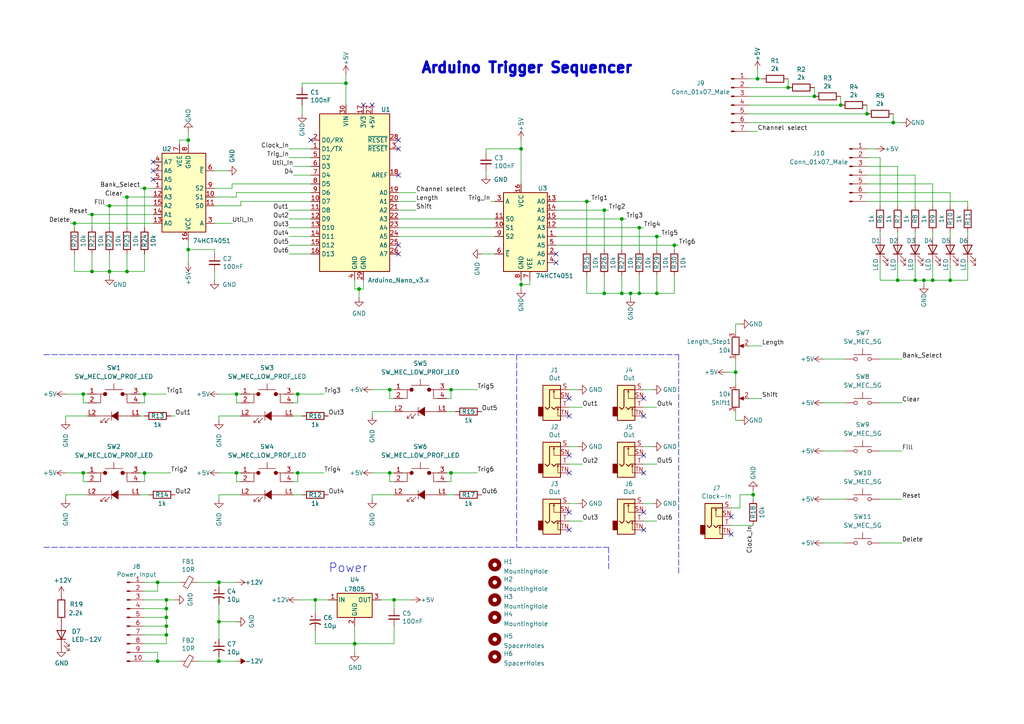
<source format=kicad_sch>
(kicad_sch (version 20211123) (generator eeschema)
  (paper "A4")
  (lib_symbols
    (symbol "74xx:74HCT4051"
      (property "Reference" "U" (at -5.08 11.43 0))
      (property "Value" "74HCT4051" (at -7.62 -13.97 0))
      (symbol "74HCT4051_1_1"
        (pin passive line (at 10.16 -2.54 180) (length 2.54) (name "A4") (number "1"))
        (pin input line (at -7.62 0 0) (length 2.54) (name "S1") (number "10"))
        (pin input line (at -7.62 2.54 0) (length 2.54) (name "S0") (number "11"))
        (pin passive line (at 10.16 0 180) (length 2.54) (name "A3") (number "12"))
        (pin passive line (at 10.16 7.62 180) (length 2.54) (name "A0") (number "13"))
        (pin passive line (at 10.16 5.08 180) (length 2.54) (name "A1") (number "14"))
        (pin passive line (at 10.16 2.54 180) (length 2.54) (name "A2") (number "15"))
        (pin power_in line (at 0 12.7 270) (length 2.54) (name "VCC") (number "16"))
        (pin passive line (at 10.16 -7.62 180) (length 2.54) (name "A6") (number "2"))
        (pin passive line (at -7.62 7.62 0) (length 2.54) (name "A") (number "3"))
        (pin passive line (at 10.16 -10.16 180) (length 2.54) (name "A7") (number "4"))
        (pin passive line (at 10.16 -5.08 180) (length 2.54) (name "A5") (number "5"))
        (pin input line (at -7.62 -7.62 0) (length 2.54) (name "~{E}") (number "6"))
        (pin power_in line (at 2.54 -15.24 90) (length 2.54) (name "VEE") (number "7"))
        (pin power_in line (at 0 -15.24 90) (length 2.54) (name "GND") (number "8"))
        (pin input line (at -7.62 -2.54 0) (length 2.54) (name "S2") (number "9"))
      )
    )
    (symbol "Connector:AudioJack2_Switch"
      (property "Reference" "J" (at 0 11.43 0))
      (property "Value" "AudioJack2_Switch" (at 0 8.89 0))
      (symbol "AudioJack2_Switch_1_1"
        (pin passive line (at 5.08 5.08 180) (length 2.54) (name "~") (number "S"))
        (pin passive line (at 5.08 2.54 180) (length 2.54) (name "~") (number "SN"))
        (pin passive line (at 5.08 0 180) (length 2.54) (name "~") (number "T"))
        (pin passive line (at 5.08 -2.54 180) (length 2.54) (name "~") (number "TN"))
      )
    )
    (symbol "Connector:Conn_01x07_Male" (pin_names (offset 1.016) hide)
      (property "Reference" "J" (at 0 10.16 0))
      (property "Value" "Conn_01x07_Male" (at 0 -10.16 0))
      (symbol "Conn_01x07_Male_1_1"
        (pin passive line (at 5.08 7.62 180) (length 3.81) (name "Pin_1") (number "1"))
        (pin passive line (at 5.08 5.08 180) (length 3.81) (name "Pin_2") (number "2"))
        (pin passive line (at 5.08 2.54 180) (length 3.81) (name "Pin_3") (number "3"))
        (pin passive line (at 5.08 0 180) (length 3.81) (name "Pin_4") (number "4"))
        (pin passive line (at 5.08 -2.54 180) (length 3.81) (name "Pin_5") (number "5"))
        (pin passive line (at 5.08 -5.08 180) (length 3.81) (name "Pin_6") (number "6"))
        (pin passive line (at 5.08 -7.62 180) (length 3.81) (name "Pin_7") (number "7"))
      )
    )
    (symbol "Connector:Conn_01x10_Male" (pin_names (offset 1.016) hide)
      (property "Reference" "J" (at 0 12.7 0))
      (property "Value" "Conn_01x10_Male" (at 0 -15.24 0))
      (symbol "Conn_01x10_Male_1_1"
        (pin passive line (at 5.08 10.16 180) (length 3.81) (name "Pin_1") (number "1"))
        (pin passive line (at 5.08 -12.7 180) (length 3.81) (name "Pin_10") (number "10"))
        (pin passive line (at 5.08 7.62 180) (length 3.81) (name "Pin_2") (number "2"))
        (pin passive line (at 5.08 5.08 180) (length 3.81) (name "Pin_3") (number "3"))
        (pin passive line (at 5.08 2.54 180) (length 3.81) (name "Pin_4") (number "4"))
        (pin passive line (at 5.08 0 180) (length 3.81) (name "Pin_5") (number "5"))
        (pin passive line (at 5.08 -2.54 180) (length 3.81) (name "Pin_6") (number "6"))
        (pin passive line (at 5.08 -5.08 180) (length 3.81) (name "Pin_7") (number "7"))
        (pin passive line (at 5.08 -7.62 180) (length 3.81) (name "Pin_8") (number "8"))
        (pin passive line (at 5.08 -10.16 180) (length 3.81) (name "Pin_9") (number "9"))
      )
    )
    (symbol "Device:CP1_Small" (pin_numbers hide) (pin_names (offset 0.254) hide)
      (property "Reference" "C" (at 0.254 1.778 0))
      (property "Value" "Device_CP1_Small" (at 0.254 -2.032 0))
      (symbol "CP1_Small_1_1"
        (pin passive line (at 0 2.54 270) (length 2.032) (name "~") (number "1"))
        (pin passive line (at 0 -2.54 90) (length 2.032) (name "~") (number "2"))
      )
    )
    (symbol "Device:C_Small" (pin_numbers hide) (pin_names (offset 0.254) hide)
      (property "Reference" "C" (at 0.254 1.778 0))
      (property "Value" "C_Small" (at 0.254 -2.032 0))
      (symbol "C_Small_1_1"
        (pin passive line (at 0 2.54 270) (length 2.032) (name "~") (number "1"))
        (pin passive line (at 0 -2.54 90) (length 2.032) (name "~") (number "2"))
      )
    )
    (symbol "Device:Ferrite_Bead_Small" (pin_numbers hide) (pin_names (offset 0))
      (property "Reference" "FB" (at 1.905 1.27 0))
      (property "Value" "Device_Ferrite_Bead_Small" (at 1.905 -1.27 0))
      (symbol "Ferrite_Bead_Small_1_1"
        (pin passive line (at 0 2.54 270) (length 1.27) (name "~") (number "1"))
        (pin passive line (at 0 -2.54 90) (length 1.27) (name "~") (number "2"))
      )
    )
    (symbol "Device:LED" (pin_numbers hide) (pin_names (offset 1.016) hide)
      (property "Reference" "D" (at 0 2.54 0))
      (property "Value" "LED" (at 0 -2.54 0))
      (symbol "LED_1_1"
        (pin passive line (at -3.81 0 0) (length 2.54) (name "K") (number "1"))
        (pin passive line (at 3.81 0 180) (length 2.54) (name "A") (number "2"))
      )
    )
    (symbol "Device:R" (pin_numbers hide) (pin_names (offset 0))
      (property "Reference" "R" (at 2.032 0 90))
      (property "Value" "R" (at 0 0 90))
      (symbol "R_1_1"
        (pin passive line (at 0 3.81 270) (length 1.27) (name "~") (number "1"))
        (pin passive line (at 0 -3.81 90) (length 1.27) (name "~") (number "2"))
      )
    )
    (symbol "Device:R_POT" (pin_names (offset 1.016) hide)
      (property "Reference" "RV" (at -4.445 0 90))
      (property "Value" "Device_R_POT" (at -2.54 0 90))
      (symbol "R_POT_1_1"
        (pin passive line (at 0 3.81 270) (length 1.27) (name "1") (number "1"))
        (pin passive line (at 3.81 0 180) (length 1.27) (name "2") (number "2"))
        (pin passive line (at 0 -3.81 90) (length 1.27) (name "3") (number "3"))
      )
    )
    (symbol "MCU_Module:Arduino_Nano_v3.x"
      (property "Reference" "A" (at -10.16 23.495 0))
      (property "Value" "Arduino_Nano_v3.x" (at 5.08 -24.13 0))
      (symbol "Arduino_Nano_v3.x_1_1"
        (pin bidirectional line (at -12.7 12.7 0) (length 2.54) (name "D1/TX") (number "1"))
        (pin bidirectional line (at -12.7 -2.54 0) (length 2.54) (name "D7") (number "10"))
        (pin bidirectional line (at -12.7 -5.08 0) (length 2.54) (name "D8") (number "11"))
        (pin bidirectional line (at -12.7 -7.62 0) (length 2.54) (name "D9") (number "12"))
        (pin bidirectional line (at -12.7 -10.16 0) (length 2.54) (name "D10") (number "13"))
        (pin bidirectional line (at -12.7 -12.7 0) (length 2.54) (name "D11") (number "14"))
        (pin bidirectional line (at -12.7 -15.24 0) (length 2.54) (name "D12") (number "15"))
        (pin bidirectional line (at -12.7 -17.78 0) (length 2.54) (name "D13") (number "16"))
        (pin power_out line (at 2.54 25.4 270) (length 2.54) (name "3V3") (number "17"))
        (pin input line (at 12.7 5.08 180) (length 2.54) (name "AREF") (number "18"))
        (pin bidirectional line (at 12.7 0 180) (length 2.54) (name "A0") (number "19"))
        (pin bidirectional line (at -12.7 15.24 0) (length 2.54) (name "D0/RX") (number "2"))
        (pin bidirectional line (at 12.7 -2.54 180) (length 2.54) (name "A1") (number "20"))
        (pin bidirectional line (at 12.7 -5.08 180) (length 2.54) (name "A2") (number "21"))
        (pin bidirectional line (at 12.7 -7.62 180) (length 2.54) (name "A3") (number "22"))
        (pin bidirectional line (at 12.7 -10.16 180) (length 2.54) (name "A4") (number "23"))
        (pin bidirectional line (at 12.7 -12.7 180) (length 2.54) (name "A5") (number "24"))
        (pin bidirectional line (at 12.7 -15.24 180) (length 2.54) (name "A6") (number "25"))
        (pin bidirectional line (at 12.7 -17.78 180) (length 2.54) (name "A7") (number "26"))
        (pin power_out line (at 5.08 25.4 270) (length 2.54) (name "+5V") (number "27"))
        (pin input line (at 12.7 15.24 180) (length 2.54) (name "~{RESET}") (number "28"))
        (pin power_in line (at 2.54 -25.4 90) (length 2.54) (name "GND") (number "29"))
        (pin input line (at 12.7 12.7 180) (length 2.54) (name "~{RESET}") (number "3"))
        (pin power_in line (at -2.54 25.4 270) (length 2.54) (name "VIN") (number "30"))
        (pin power_in line (at 0 -25.4 90) (length 2.54) (name "GND") (number "4"))
        (pin bidirectional line (at -12.7 10.16 0) (length 2.54) (name "D2") (number "5"))
        (pin bidirectional line (at -12.7 7.62 0) (length 2.54) (name "D3") (number "6"))
        (pin bidirectional line (at -12.7 5.08 0) (length 2.54) (name "D4") (number "7"))
        (pin bidirectional line (at -12.7 2.54 0) (length 2.54) (name "D5") (number "8"))
        (pin bidirectional line (at -12.7 0 0) (length 2.54) (name "D6") (number "9"))
      )
    )
    (symbol "Mechanical:MountingHole" (pin_names (offset 1.016))
      (property "Reference" "H" (at 0 5.08 0))
      (property "Value" "MountingHole" (at 0 3.175 0))
    )
    (symbol "Regulator_Linear:L7805" (pin_names (offset 0.254))
      (property "Reference" "U" (at -3.81 3.175 0))
      (property "Value" "L7805" (at 0 3.175 0))
      (symbol "L7805_1_1"
        (pin power_in line (at -7.62 0 0) (length 2.54) (name "IN") (number "1"))
        (pin power_in line (at 0 -7.62 90) (length 2.54) (name "GND") (number "2"))
        (pin power_out line (at 7.62 0 180) (length 2.54) (name "OUT") (number "3"))
      )
    )
    (symbol "Switch:SW_MEC_5G" (pin_numbers hide) (pin_names (offset 1.016) hide)
      (property "Reference" "SW" (at 1.27 2.54 0))
      (property "Value" "SW_MEC_5G" (at 0 -1.524 0))
      (symbol "SW_MEC_5G_0_1"
        (pin passive line (at -5.08 0 0) (length 2.54) (name "A") (number "1"))
        (pin passive line (at 5.08 0 180) (length 2.54) (name "B") (number "3"))
      )
      (symbol "SW_MEC_5G_1_1"
        (pin passive line (at -5.08 0 0) (length 2.54) hide (name "A") (number "2"))
        (pin passive line (at 5.08 0 180) (length 2.54) hide (name "B") (number "4"))
      )
    )
    (symbol "power:+12V" (power) (pin_names (offset 0))
      (property "Value" "+12V" (at 0 3.556 0))
      (symbol "+12V_1_1"
        (pin power_in line (at 0 0 90) (length 0) hide (name "+12V") (number "1"))
      )
    )
    (symbol "power:+5V" (power) (pin_names (offset 0))
      (property "Value" "+5V" (at 0 3.556 0))
      (symbol "+5V_1_1"
        (pin power_in line (at 0 0 90) (length 0) hide (name "+5V") (number "1"))
      )
    )
    (symbol "power:-12V" (power) (pin_names (offset 0))
      (property "Value" "-12V" (at 0 3.81 0))
      (symbol "-12V_0_0"
        (pin power_in line (at 0 0 90) (length 0) hide (name "-12V") (number "1"))
      )
    )
    (symbol "power:GND" (power) (pin_names (offset 0))
      (property "Value" "GND" (at 0 -3.81 0))
      (symbol "GND_1_1"
        (pin power_in line (at 0 0 270) (length 0) hide (name "GND") (number "1"))
      )
    )
    (symbol "synth:SW_MEC_LOW_PROF_LED" (pin_names (offset 1.016) hide)
      (property "Reference" "SW" (at 1.27 6.35 0))
      (property "Value" "SW_MEC_LOW_PROF_LED" (at 0 -8.89 0))
      (symbol "SW_MEC_LOW_PROF_LED_0_1"
        (pin passive line (at -7.62 2.54 0) (length 2.54) (name "1") (number "1"))
        (pin passive line (at -7.62 0 0) (length 2.54) (name "2") (number "2"))
        (pin passive line (at 7.62 2.54 180) (length 2.54) (name "3") (number "3"))
        (pin passive line (at 7.62 0 180) (length 2.54) (name "4") (number "4"))
        (pin passive line (at 7.62 -3.81 180) (length 2.54) (name "L1") (number "L1"))
        (pin passive line (at -7.62 -3.81 0) (length 2.54) (name "L2") (number "L2"))
      )
    )
  )
  (junction (at 104.14 83.82))
  (junction (at 195.58 71.12))
  (junction (at 48.26 181.61))
  (junction (at 68.58 137.16))
  (junction (at 228.6 25.4))
  (junction (at 63.5 168.91))
  (junction (at 180.34 63.5))
  (junction (at 130.81 137.16))
  (junction (at 63.5 180.34))
  (junction (at 218.44 143.51))
  (junction (at 213.36 107.95))
  (junction (at 68.58 114.3))
  (junction (at 175.26 85.09))
  (junction (at 190.5 85.09))
  (junction (at 219.71 22.86))
  (junction (at 91.44 173.99))
  (junction (at 63.5 191.77))
  (junction (at 24.13 114.3))
  (junction (at 113.03 137.16))
  (junction (at 48.26 176.53))
  (junction (at 260.35 81.28))
  (junction (at 270.51 81.28))
  (junction (at 265.43 81.28))
  (junction (at 31.75 78.74))
  (junction (at 36.83 78.74))
  (junction (at 26.67 78.74))
  (junction (at 151.13 43.18))
  (junction (at 45.72 168.91))
  (junction (at 41.91 54.61))
  (junction (at 236.22 27.94))
  (junction (at 31.75 59.69))
  (junction (at 86.36 137.16))
  (junction (at 48.26 179.07))
  (junction (at 185.42 85.09))
  (junction (at 113.03 113.03))
  (junction (at 48.26 184.15))
  (junction (at 267.97 81.28))
  (junction (at 114.3 173.99))
  (junction (at 175.26 60.96))
  (junction (at 26.67 62.23))
  (junction (at 45.72 191.77))
  (junction (at 102.87 186.69))
  (junction (at 259.08 35.56))
  (junction (at 170.18 58.42))
  (junction (at 36.83 57.15))
  (junction (at 41.91 114.3))
  (junction (at 41.91 137.16))
  (junction (at 24.13 137.16))
  (junction (at 251.46 33.02))
  (junction (at 100.33 24.13))
  (junction (at 185.42 66.04))
  (junction (at 54.61 72.39))
  (junction (at 243.84 30.48))
  (junction (at 48.26 173.99))
  (junction (at 54.61 40.64))
  (junction (at 182.88 85.09))
  (junction (at 190.5 68.58))
  (junction (at 130.81 113.03))
  (junction (at 275.59 81.28))
  (junction (at 86.36 114.3))
  (junction (at 180.34 85.09))
  (junction (at 21.59 64.77))
  (junction (at 151.13 82.55))
  (no_connect (at 165.1 153.67))
  (no_connect (at 186.69 137.16))
  (no_connect (at 165.1 132.08))
  (no_connect (at 212.09 149.86))
  (no_connect (at 212.09 154.94))
  (no_connect (at 115.57 50.8))
  (no_connect (at 186.69 120.65))
  (no_connect (at 115.57 71.12))
  (no_connect (at 165.1 148.59))
  (no_connect (at 115.57 43.18))
  (no_connect (at 115.57 40.64))
  (no_connect (at 105.41 30.48))
  (no_connect (at 165.1 137.16))
  (no_connect (at 186.69 148.59))
  (no_connect (at 161.29 73.66))
  (no_connect (at 161.29 76.2))
  (no_connect (at 44.45 46.99))
  (no_connect (at 44.45 49.53))
  (no_connect (at 44.45 52.07))
  (no_connect (at 90.17 40.64))
  (no_connect (at 115.57 73.66))
  (no_connect (at 186.69 115.57))
  (no_connect (at 186.69 132.08))
  (no_connect (at 186.69 153.67))
  (no_connect (at 107.95 30.48))
  (no_connect (at 165.1 115.57))
  (no_connect (at 165.1 120.65))
  (wire (pts (xy 190.5 68.58) (xy 191.77 68.58)))
  (wire (pts (xy 83.82 43.18) (xy 90.17 43.18)))
  (wire (pts (xy 130.81 137.16) (xy 138.43 137.16)))
  (wire (pts (xy 165.1 129.54) (xy 167.64 129.54)))
  (wire (pts (xy 45.72 191.77) (xy 52.07 191.77)))
  (wire (pts (xy 40.64 116.84) (xy 41.91 116.84)))
  (wire (pts (xy 170.18 85.09) (xy 175.26 85.09)))
  (wire (pts (xy 69.85 120.65) (xy 63.5 120.65)))
  (wire (pts (xy 218.44 143.51) (xy 218.44 142.24)))
  (wire (pts (xy 219.71 20.32) (xy 219.71 22.86)))
  (wire (pts (xy 251.46 45.72) (xy 255.27 45.72)))
  (wire (pts (xy 41.91 189.23) (xy 45.72 189.23)))
  (wire (pts (xy 86.36 137.16) (xy 86.36 139.7)))
  (wire (pts (xy 161.29 63.5) (xy 180.34 63.5)))
  (wire (pts (xy 63.5 180.34) (xy 68.58 180.34)))
  (wire (pts (xy 85.09 137.16) (xy 86.36 137.16)))
  (wire (pts (xy 24.13 137.16) (xy 25.4 137.16)))
  (wire (pts (xy 63.5 168.91) (xy 68.58 168.91)))
  (wire (pts (xy 69.85 139.7) (xy 68.58 139.7)))
  (wire (pts (xy 85.09 143.51) (xy 87.63 143.51)))
  (wire (pts (xy 255.27 116.84) (xy 261.62 116.84)))
  (wire (pts (xy 107.95 119.38) (xy 107.95 120.65)))
  (polyline (pts (xy 149.86 102.87) (xy 149.86 158.75)))
  (wire (pts (xy 195.58 71.12) (xy 195.58 72.39)))
  (wire (pts (xy 30.48 59.69) (xy 31.75 59.69)))
  (wire (pts (xy 41.91 191.77) (xy 45.72 191.77)))
  (wire (pts (xy 63.5 114.3) (xy 68.58 114.3)))
  (wire (pts (xy 140.97 43.18) (xy 151.13 43.18)))
  (wire (pts (xy 54.61 38.1) (xy 54.61 40.64)))
  (wire (pts (xy 260.35 48.26) (xy 260.35 59.69)))
  (wire (pts (xy 87.63 25.4) (xy 87.63 24.13)))
  (wire (pts (xy 54.61 40.64) (xy 54.61 41.91)))
  (wire (pts (xy 129.54 113.03) (xy 130.81 113.03)))
  (wire (pts (xy 69.85 58.42) (xy 69.85 59.69)))
  (wire (pts (xy 69.85 143.51) (xy 63.5 143.51)))
  (wire (pts (xy 107.95 143.51) (xy 107.95 144.78)))
  (wire (pts (xy 267.97 81.28) (xy 270.51 81.28)))
  (wire (pts (xy 129.54 119.38) (xy 132.08 119.38)))
  (wire (pts (xy 190.5 68.58) (xy 190.5 72.39)))
  (wire (pts (xy 41.91 176.53) (xy 48.26 176.53)))
  (wire (pts (xy 26.67 62.23) (xy 26.67 66.04)))
  (wire (pts (xy 265.43 67.31) (xy 265.43 68.58)))
  (wire (pts (xy 68.58 57.15) (xy 68.58 55.88)))
  (wire (pts (xy 83.82 68.58) (xy 90.17 68.58)))
  (wire (pts (xy 36.83 57.15) (xy 36.83 66.04)))
  (wire (pts (xy 86.36 114.3) (xy 86.36 116.84)))
  (wire (pts (xy 236.22 25.4) (xy 236.22 27.94)))
  (wire (pts (xy 129.54 115.57) (xy 130.81 115.57)))
  (wire (pts (xy 68.58 137.16) (xy 68.58 139.7)))
  (wire (pts (xy 41.91 114.3) (xy 48.26 114.3)))
  (wire (pts (xy 255.27 81.28) (xy 260.35 81.28)))
  (wire (pts (xy 105.41 83.82) (xy 104.14 83.82)))
  (wire (pts (xy 102.87 186.69) (xy 91.44 186.69)))
  (wire (pts (xy 151.13 43.18) (xy 151.13 53.34)))
  (wire (pts (xy 170.18 58.42) (xy 171.45 58.42)))
  (wire (pts (xy 102.87 186.69) (xy 102.87 189.23)))
  (wire (pts (xy 114.3 119.38) (xy 107.95 119.38)))
  (wire (pts (xy 217.17 115.57) (xy 220.98 115.57)))
  (wire (pts (xy 114.3 181.61) (xy 114.3 186.69)))
  (wire (pts (xy 69.85 116.84) (xy 68.58 116.84)))
  (wire (pts (xy 218.44 144.78) (xy 218.44 143.51)))
  (wire (pts (xy 41.91 54.61) (xy 44.45 54.61)))
  (wire (pts (xy 280.67 76.2) (xy 280.67 81.28)))
  (wire (pts (xy 228.6 22.86) (xy 228.6 25.4)))
  (wire (pts (xy 129.54 143.51) (xy 132.08 143.51)))
  (wire (pts (xy 186.69 129.54) (xy 189.23 129.54)))
  (wire (pts (xy 180.34 80.01) (xy 180.34 85.09)))
  (wire (pts (xy 213.36 119.38) (xy 213.36 121.92)))
  (wire (pts (xy 265.43 50.8) (xy 265.43 59.69)))
  (wire (pts (xy 25.4 120.65) (xy 19.05 120.65)))
  (wire (pts (xy 62.23 57.15) (xy 68.58 57.15)))
  (wire (pts (xy 83.82 45.72) (xy 90.17 45.72)))
  (wire (pts (xy 214.63 147.32) (xy 214.63 143.51)))
  (wire (pts (xy 41.91 181.61) (xy 48.26 181.61)))
  (wire (pts (xy 52.07 40.64) (xy 54.61 40.64)))
  (wire (pts (xy 255.27 104.14) (xy 261.62 104.14)))
  (wire (pts (xy 114.3 173.99) (xy 119.38 173.99)))
  (wire (pts (xy 85.09 116.84) (xy 86.36 116.84)))
  (wire (pts (xy 62.23 49.53) (xy 66.04 49.53)))
  (wire (pts (xy 45.72 168.91) (xy 52.07 168.91)))
  (wire (pts (xy 213.36 96.52) (xy 213.36 93.98)))
  (wire (pts (xy 175.26 85.09) (xy 180.34 85.09)))
  (wire (pts (xy 238.76 157.48) (xy 245.11 157.48)))
  (wire (pts (xy 190.5 151.13) (xy 186.69 151.13)))
  (wire (pts (xy 140.97 44.45) (xy 140.97 43.18)))
  (wire (pts (xy 161.29 60.96) (xy 175.26 60.96)))
  (wire (pts (xy 190.5 80.01) (xy 190.5 85.09)))
  (wire (pts (xy 107.95 113.03) (xy 113.03 113.03)))
  (wire (pts (xy 251.46 30.48) (xy 251.46 33.02)))
  (wire (pts (xy 83.82 66.04) (xy 90.17 66.04)))
  (wire (pts (xy 20.32 64.77) (xy 21.59 64.77)))
  (wire (pts (xy 41.91 184.15) (xy 48.26 184.15)))
  (wire (pts (xy 114.3 139.7) (xy 113.03 139.7)))
  (wire (pts (xy 25.4 62.23) (xy 26.67 62.23)))
  (wire (pts (xy 214.63 143.51) (xy 218.44 143.51)))
  (wire (pts (xy 186.69 113.03) (xy 189.23 113.03)))
  (wire (pts (xy 114.3 143.51) (xy 107.95 143.51)))
  (wire (pts (xy 85.09 120.65) (xy 87.63 120.65)))
  (wire (pts (xy 115.57 60.96) (xy 120.65 60.96)))
  (wire (pts (xy 130.81 113.03) (xy 138.43 113.03)))
  (wire (pts (xy 213.36 93.98) (xy 214.63 93.98)))
  (wire (pts (xy 35.56 57.15) (xy 36.83 57.15)))
  (wire (pts (xy 19.05 114.3) (xy 24.13 114.3)))
  (wire (pts (xy 91.44 173.99) (xy 95.25 173.99)))
  (wire (pts (xy 36.83 73.66) (xy 36.83 78.74)))
  (wire (pts (xy 68.58 114.3) (xy 68.58 116.84)))
  (wire (pts (xy 151.13 81.28) (xy 151.13 82.55)))
  (wire (pts (xy 161.29 71.12) (xy 195.58 71.12)))
  (wire (pts (xy 41.91 73.66) (xy 41.91 78.74)))
  (wire (pts (xy 41.91 78.74) (xy 36.83 78.74)))
  (wire (pts (xy 86.36 173.99) (xy 91.44 173.99)))
  (wire (pts (xy 102.87 181.61) (xy 102.87 186.69)))
  (wire (pts (xy 217.17 33.02) (xy 251.46 33.02)))
  (wire (pts (xy 182.88 85.09) (xy 182.88 86.36)))
  (wire (pts (xy 217.17 22.86) (xy 219.71 22.86)))
  (wire (pts (xy 100.33 24.13) (xy 100.33 30.48)))
  (wire (pts (xy 36.83 78.74) (xy 31.75 78.74)))
  (wire (pts (xy 114.3 186.69) (xy 102.87 186.69)))
  (wire (pts (xy 180.34 63.5) (xy 180.34 72.39)))
  (wire (pts (xy 67.31 54.61) (xy 62.23 54.61)))
  (wire (pts (xy 67.31 64.77) (xy 62.23 64.77)))
  (wire (pts (xy 62.23 73.66) (xy 62.23 72.39)))
  (wire (pts (xy 259.08 35.56) (xy 259.08 33.02)))
  (wire (pts (xy 195.58 80.01) (xy 195.58 85.09)))
  (wire (pts (xy 113.03 113.03) (xy 114.3 113.03)))
  (wire (pts (xy 151.13 82.55) (xy 153.67 82.55)))
  (wire (pts (xy 217.17 35.56) (xy 259.08 35.56)))
  (wire (pts (xy 168.91 134.62) (xy 165.1 134.62)))
  (wire (pts (xy 104.14 86.36) (xy 104.14 83.82)))
  (polyline (pts (xy 149.86 102.87) (xy 196.85 102.87)))
  (wire (pts (xy 67.31 53.34) (xy 90.17 53.34)))
  (wire (pts (xy 68.58 114.3) (xy 69.85 114.3)))
  (wire (pts (xy 21.59 73.66) (xy 21.59 78.74)))
  (wire (pts (xy 260.35 67.31) (xy 260.35 68.58)))
  (wire (pts (xy 115.57 58.42) (xy 120.65 58.42)))
  (wire (pts (xy 212.09 147.32) (xy 214.63 147.32)))
  (wire (pts (xy 113.03 137.16) (xy 113.03 139.7)))
  (wire (pts (xy 62.23 78.74) (xy 62.23 81.28)))
  (wire (pts (xy 259.08 35.56) (xy 261.62 35.56)))
  (wire (pts (xy 57.15 168.91) (xy 63.5 168.91)))
  (wire (pts (xy 255.27 144.78) (xy 261.62 144.78)))
  (wire (pts (xy 31.75 59.69) (xy 31.75 66.04)))
  (wire (pts (xy 165.1 113.03) (xy 167.64 113.03)))
  (wire (pts (xy 182.88 85.09) (xy 185.42 85.09)))
  (wire (pts (xy 67.31 53.34) (xy 67.31 54.61)))
  (wire (pts (xy 63.5 175.26) (xy 63.5 180.34)))
  (wire (pts (xy 100.33 21.59) (xy 100.33 24.13)))
  (wire (pts (xy 21.59 64.77) (xy 44.45 64.77)))
  (wire (pts (xy 31.75 73.66) (xy 31.75 78.74)))
  (wire (pts (xy 213.36 121.92) (xy 214.63 121.92)))
  (wire (pts (xy 161.29 58.42) (xy 170.18 58.42)))
  (wire (pts (xy 63.5 170.18) (xy 63.5 168.91)))
  (wire (pts (xy 243.84 27.94) (xy 243.84 30.48)))
  (wire (pts (xy 175.26 80.01) (xy 175.26 85.09)))
  (wire (pts (xy 21.59 64.77) (xy 21.59 66.04)))
  (wire (pts (xy 275.59 76.2) (xy 275.59 81.28)))
  (wire (pts (xy 19.05 143.51) (xy 19.05 144.78)))
  (wire (pts (xy 83.82 63.5) (xy 90.17 63.5)))
  (wire (pts (xy 115.57 68.58) (xy 143.51 68.58)))
  (wire (pts (xy 251.46 53.34) (xy 270.51 53.34)))
  (wire (pts (xy 255.27 130.81) (xy 261.62 130.81)))
  (wire (pts (xy 63.5 191.77) (xy 68.58 191.77)))
  (wire (pts (xy 212.09 152.4) (xy 218.44 152.4)))
  (wire (pts (xy 26.67 78.74) (xy 31.75 78.74)))
  (wire (pts (xy 255.27 157.48) (xy 261.62 157.48)))
  (wire (pts (xy 270.51 53.34) (xy 270.51 59.69)))
  (wire (pts (xy 68.58 55.88) (xy 90.17 55.88)))
  (wire (pts (xy 270.51 76.2) (xy 270.51 81.28)))
  (wire (pts (xy 130.81 113.03) (xy 130.81 115.57)))
  (wire (pts (xy 190.5 85.09) (xy 185.42 85.09)))
  (wire (pts (xy 238.76 144.78) (xy 245.11 144.78)))
  (wire (pts (xy 217.17 100.33) (xy 220.98 100.33)))
  (wire (pts (xy 238.76 116.84) (xy 245.11 116.84)))
  (wire (pts (xy 40.64 120.65) (xy 41.91 120.65)))
  (wire (pts (xy 280.67 58.42) (xy 280.67 59.69)))
  (polyline (pts (xy 176.53 158.75) (xy 176.53 165.1)))
  (wire (pts (xy 280.67 67.31) (xy 280.67 68.58)))
  (polyline (pts (xy 12.7 102.87) (xy 149.86 102.87)))
  (wire (pts (xy 129.54 139.7) (xy 130.81 139.7)))
  (wire (pts (xy 48.26 176.53) (xy 48.26 179.07)))
  (wire (pts (xy 115.57 63.5) (xy 143.51 63.5)))
  (wire (pts (xy 275.59 67.31) (xy 275.59 68.58)))
  (wire (pts (xy 280.67 81.28) (xy 275.59 81.28)))
  (wire (pts (xy 83.82 71.12) (xy 90.17 71.12)))
  (wire (pts (xy 26.67 62.23) (xy 44.45 62.23)))
  (wire (pts (xy 48.26 184.15) (xy 48.26 181.61)))
  (wire (pts (xy 251.46 58.42) (xy 280.67 58.42)))
  (wire (pts (xy 31.75 59.69) (xy 44.45 59.69)))
  (wire (pts (xy 48.26 173.99) (xy 48.26 176.53)))
  (wire (pts (xy 180.34 85.09) (xy 182.88 85.09)))
  (wire (pts (xy 251.46 48.26) (xy 260.35 48.26)))
  (wire (pts (xy 255.27 45.72) (xy 255.27 59.69)))
  (wire (pts (xy 217.17 30.48) (xy 243.84 30.48)))
  (wire (pts (xy 40.64 143.51) (xy 43.18 143.51)))
  (polyline (pts (xy 12.7 158.75) (xy 176.53 158.75)))
  (wire (pts (xy 129.54 137.16) (xy 130.81 137.16)))
  (wire (pts (xy 91.44 186.69) (xy 91.44 182.88)))
  (wire (pts (xy 195.58 85.09) (xy 190.5 85.09)))
  (wire (pts (xy 48.26 179.07) (xy 41.91 179.07)))
  (wire (pts (xy 41.91 137.16) (xy 49.53 137.16)))
  (wire (pts (xy 275.59 59.69) (xy 275.59 55.88)))
  (wire (pts (xy 238.76 104.14) (xy 245.11 104.14)))
  (wire (pts (xy 190.5 118.11) (xy 186.69 118.11)))
  (wire (pts (xy 219.71 22.86) (xy 220.98 22.86)))
  (wire (pts (xy 260.35 81.28) (xy 265.43 81.28)))
  (wire (pts (xy 115.57 66.04) (xy 143.51 66.04)))
  (wire (pts (xy 275.59 81.28) (xy 270.51 81.28)))
  (wire (pts (xy 255.27 76.2) (xy 255.27 81.28)))
  (wire (pts (xy 219.71 38.1) (xy 217.17 38.1)))
  (wire (pts (xy 238.76 130.81) (xy 245.11 130.81)))
  (wire (pts (xy 21.59 78.74) (xy 26.67 78.74)))
  (wire (pts (xy 151.13 82.55) (xy 151.13 83.82)))
  (wire (pts (xy 54.61 69.85) (xy 54.61 72.39)))
  (wire (pts (xy 107.95 137.16) (xy 113.03 137.16)))
  (wire (pts (xy 24.13 114.3) (xy 25.4 114.3)))
  (wire (pts (xy 165.1 146.05) (xy 167.64 146.05)))
  (wire (pts (xy 143.51 73.66) (xy 139.7 73.66)))
  (wire (pts (xy 50.8 120.65) (xy 49.53 120.65)))
  (wire (pts (xy 87.63 24.13) (xy 100.33 24.13)))
  (wire (pts (xy 87.63 30.48) (xy 87.63 33.02)))
  (wire (pts (xy 41.91 137.16) (xy 41.91 139.7)))
  (wire (pts (xy 210.82 107.95) (xy 213.36 107.95)))
  (wire (pts (xy 161.29 66.04) (xy 185.42 66.04)))
  (wire (pts (xy 185.42 66.04) (xy 186.69 66.04)))
  (wire (pts (xy 36.83 57.15) (xy 44.45 57.15)))
  (wire (pts (xy 102.87 81.28) (xy 102.87 83.82)))
  (wire (pts (xy 195.58 71.12) (xy 196.85 71.12)))
  (wire (pts (xy 86.36 137.16) (xy 93.98 137.16)))
  (wire (pts (xy 105.41 81.28) (xy 105.41 83.82)))
  (wire (pts (xy 185.42 80.01) (xy 185.42 85.09)))
  (wire (pts (xy 48.26 186.69) (xy 48.26 184.15)))
  (wire (pts (xy 41.91 171.45) (xy 45.72 171.45)))
  (wire (pts (xy 217.17 25.4) (xy 228.6 25.4)))
  (wire (pts (xy 180.34 63.5) (xy 181.61 63.5)))
  (wire (pts (xy 25.4 116.84) (xy 24.13 116.84)))
  (wire (pts (xy 170.18 58.42) (xy 170.18 72.39)))
  (wire (pts (xy 113.03 113.03) (xy 113.03 115.57)))
  (wire (pts (xy 68.58 137.16) (xy 69.85 137.16)))
  (wire (pts (xy 217.17 27.94) (xy 236.22 27.94)))
  (wire (pts (xy 83.82 73.66) (xy 90.17 73.66)))
  (wire (pts (xy 40.64 139.7) (xy 41.91 139.7)))
  (polyline (pts (xy 196.85 102.87) (xy 196.85 166.37)))
  (wire (pts (xy 41.91 186.69) (xy 48.26 186.69)))
  (wire (pts (xy 175.26 60.96) (xy 176.53 60.96)))
  (wire (pts (xy 63.5 143.51) (xy 63.5 144.78)))
  (wire (pts (xy 85.09 114.3) (xy 86.36 114.3)))
  (wire (pts (xy 113.03 137.16) (xy 114.3 137.16)))
  (wire (pts (xy 142.24 58.42) (xy 143.51 58.42)))
  (wire (pts (xy 255.27 67.31) (xy 255.27 68.58)))
  (wire (pts (xy 19.05 137.16) (xy 24.13 137.16)))
  (wire (pts (xy 57.15 191.77) (xy 63.5 191.77)))
  (wire (pts (xy 260.35 76.2) (xy 260.35 81.28)))
  (wire (pts (xy 213.36 107.95) (xy 213.36 104.14)))
  (wire (pts (xy 50.8 173.99) (xy 48.26 173.99)))
  (wire (pts (xy 86.36 114.3) (xy 93.98 114.3)))
  (wire (pts (xy 40.64 54.61) (xy 41.91 54.61)))
  (wire (pts (xy 153.67 81.28) (xy 153.67 82.55)))
  (wire (pts (xy 19.05 120.65) (xy 19.05 121.92)))
  (wire (pts (xy 170.18 80.01) (xy 170.18 85.09)))
  (wire (pts (xy 186.69 146.05) (xy 189.23 146.05)))
  (wire (pts (xy 45.72 171.45) (xy 45.72 168.91)))
  (wire (pts (xy 190.5 134.62) (xy 186.69 134.62)))
  (wire (pts (xy 31.75 78.74) (xy 31.75 80.01)))
  (wire (pts (xy 41.91 168.91) (xy 45.72 168.91)))
  (wire (pts (xy 115.57 55.88) (xy 120.65 55.88)))
  (wire (pts (xy 104.14 83.82) (xy 102.87 83.82)))
  (wire (pts (xy 91.44 173.99) (xy 91.44 177.8)))
  (wire (pts (xy 110.49 173.99) (xy 114.3 173.99)))
  (wire (pts (xy 63.5 180.34) (xy 63.5 185.42)))
  (wire (pts (xy 69.85 58.42) (xy 90.17 58.42)))
  (wire (pts (xy 40.64 114.3) (xy 41.91 114.3)))
  (wire (pts (xy 251.46 50.8) (xy 265.43 50.8)))
  (wire (pts (xy 175.26 60.96) (xy 175.26 72.39)))
  (wire (pts (xy 251.46 55.88) (xy 275.59 55.88)))
  (wire (pts (xy 151.13 40.64) (xy 151.13 43.18)))
  (wire (pts (xy 265.43 76.2) (xy 265.43 81.28)))
  (wire (pts (xy 40.64 137.16) (xy 41.91 137.16)))
  (wire (pts (xy 25.4 139.7) (xy 24.13 139.7)))
  (wire (pts (xy 114.3 173.99) (xy 114.3 176.53)))
  (wire (pts (xy 185.42 66.04) (xy 185.42 72.39)))
  (wire (pts (xy 41.91 114.3) (xy 41.91 116.84)))
  (wire (pts (xy 52.07 41.91) (xy 52.07 40.64)))
  (wire (pts (xy 85.09 48.26) (xy 90.17 48.26)))
  (wire (pts (xy 41.91 173.99) (xy 48.26 173.99)))
  (wire (pts (xy 168.91 118.11) (xy 165.1 118.11)))
  (wire (pts (xy 83.82 60.96) (xy 90.17 60.96)))
  (wire (pts (xy 265.43 81.28) (xy 267.97 81.28)))
  (wire (pts (xy 41.91 54.61) (xy 41.91 66.04)))
  (wire (pts (xy 25.4 143.51) (xy 19.05 143.51)))
  (wire (pts (xy 85.09 50.8) (xy 90.17 50.8)))
  (wire (pts (xy 114.3 115.57) (xy 113.03 115.57)))
  (wire (pts (xy 54.61 72.39) (xy 54.61 76.2)))
  (wire (pts (xy 69.85 59.69) (xy 62.23 59.69)))
  (wire (pts (xy 48.26 181.61) (xy 48.26 179.07)))
  (wire (pts (xy 45.72 189.23) (xy 45.72 191.77)))
  (wire (pts (xy 267.97 81.28) (xy 267.97 82.55)))
  (wire (pts (xy 26.67 73.66) (xy 26.67 78.74)))
  (wire (pts (xy 168.91 151.13) (xy 165.1 151.13)))
  (wire (pts (xy 213.36 111.76) (xy 213.36 107.95)))
  (wire (pts (xy 63.5 120.65) (xy 63.5 121.92)))
  (wire (pts (xy 63.5 190.5) (xy 63.5 191.77)))
  (wire (pts (xy 63.5 137.16) (xy 68.58 137.16)))
  (wire (pts (xy 24.13 114.3) (xy 24.13 116.84)))
  (wire (pts (xy 270.51 67.31) (xy 270.51 68.58)))
  (wire (pts (xy 254 43.18) (xy 251.46 43.18)))
  (wire (pts (xy 85.09 139.7) (xy 86.36 139.7)))
  (wire (pts (xy 161.29 68.58) (xy 190.5 68.58)))
  (wire (pts (xy 140.97 49.53) (xy 140.97 50.8)))
  (wire (pts (xy 130.81 137.16) (xy 130.81 139.7)))
  (wire (pts (xy 24.13 137.16) (xy 24.13 139.7)))
  (wire (pts (xy 54.61 72.39) (xy 62.23 72.39)))
  (text "Power" (at 95.25 166.37 0) (effects (font (size 2.54 2.54)) (justify left bottom)))
  (text "Arduino Trigger Sequencer" (at 121.92 21.59 0) (effects (font (size 3.048 3.048) (thickness 2.032) bold) (justify left bottom)))
  (label "Trig5" (at 191.77 68.58 0))
  (label "Trig6" (at 196.85 71.12 0))
  (label "Trig4" (at 186.69 66.04 0))
  (label "Fill" (at 30.48 59.69 180))
  (label "Util_In" (at 67.31 64.77 0))
  (label "Trig4" (at 93.98 137.16 0))
  (label "Shift" (at 120.65 60.96 0))
  (label "Out1" (at 50.8 120.65 0))
  (label "Trig3" (at 93.98 114.3 0))
  (label "Util_In" (at 85.09 48.26 180))
  (label "Trig5" (at 138.43 113.03 0))
  (label "Trig_In" (at 83.82 45.72 180))
  (label "Trig3" (at 181.61 63.5 0))
  (label "Clock_In" (at 83.82 43.18 180))
  (label "Out1" (at 83.82 60.96 180))
  (label "Trig1" (at 48.26 114.3 0))
  (label "Trig2" (at 49.53 137.16 0))
  (label "Fill" (at 261.62 130.81 0))
  (label "Length" (at 220.98 100.33 0))
  (label "Out3" (at 83.82 66.04 180))
  (label "Channel select" (at 120.65 55.88 0))
  (label "Delete" (at 20.32 64.77 180))
  (label "Trig6" (at 138.43 137.16 0))
  (label "Out4" (at 95.25 143.51 0))
  (label "Length" (at 120.65 58.42 0))
  (label "Out2" (at 83.82 63.5 180))
  (label "Trig_In" (at 142.24 58.42 180))
  (label "Out5" (at 139.7 119.38 0))
  (label "Out4" (at 190.5 118.11 0))
  (label "Out2" (at 168.91 134.62 0))
  (label "Bank_Select" (at 261.62 104.14 0))
  (label "Delete" (at 261.62 157.48 0))
  (label "Out1" (at 168.91 118.11 0))
  (label "Out3" (at 95.25 120.65 0))
  (label "Shift" (at 220.98 115.57 0))
  (label "D4" (at 85.09 50.8 180))
  (label "Out3" (at 168.91 151.13 0))
  (label "Out6" (at 190.5 151.13 0))
  (label "Out4" (at 83.82 68.58 180))
  (label "Trig2" (at 176.53 60.96 0))
  (label "Out5" (at 190.5 134.62 0))
  (label "Reset" (at 261.62 144.78 0))
  (label "Clear" (at 261.62 116.84 0))
  (label "Bank_Select" (at 40.64 54.61 180))
  (label "Trig1" (at 171.45 58.42 0))
  (label "Reset" (at 25.4 62.23 180))
  (label "Out5" (at 83.82 71.12 180))
  (label "Out6" (at 139.7 143.51 0))
  (label "Channel select" (at 219.71 38.1 0))
  (label "Clock_In" (at 218.44 152.4 270))
  (label "Out6" (at 83.82 73.66 180))
  (label "Clear" (at 35.56 57.15 180))
  (label "Out2" (at 50.8 143.51 0))
  (symbol (lib_id "Device:LED") (at 17.78 184.15 90) (unit 1)
    (property "Reference" "D7" (at 20.7772 183.1594 90) (effects (justify right)))
    (property "Value" "LED-12V" (at 20.7772 185.4708 90) (effects (justify right)))
    (property "Footprint" "LED_THT:LED_D4.0mm" (effects hide))
  )
  (symbol (lib_id "power:+5V") (at 19.05 114.3 90) (unit 1)
    (property "Reference" "#PWR020" (effects hide))
    (property "Value" "+5V" (at 16.51 114.3 90) (effects (justify left)))
  )
  (symbol (lib_id "power:GND") (at 167.64 146.05 90) (unit 1)
    (property "Reference" "#PWR036" (effects hide))
    (property "Value" "GND" (at 172.72 146.05 90))
  )
  (symbol (lib_id "power:+5V") (at 254 43.18 270) (unit 1)
    (property "Reference" "#PWR08" (effects hide))
    (property "Value" "+5V" (at 256.54 43.18 90) (effects (justify left)))
  )
  (symbol (lib_id "Device:R") (at 240.03 27.94 90) (unit 1)
    (property "Reference" "R3" (at 240.03 22.6822 90))
    (property "Value" "2k" (at 240.03 24.9936 90))
    (property "Footprint" "Resistor_THT:R_Axial_DIN0207_L6.3mm_D2.5mm_P10.16mm_Horizontal" (effects hide))
  )
  (symbol (lib_id "Regulator_Linear:L7805") (at 102.87 173.99 0) (unit 1)
    (property "Reference" "U4" (at 102.87 168.1185 0))
    (property "Value" "L7805" (at 102.87 170.8936 0))
    (property "Footprint" "Package_TO_SOT_THT:TO-220-3_Horizontal_TabDown" (effects hide))
    (property "Datasheet" "http://www.st.com/content/ccc/resource/technical/document/datasheet/41/4f/b3/b0/12/d4/47/88/CD00000444.pdf/files/CD00000444.pdf/jcr:content/translations/en.CD00000444.pdf" (effects hide))
  )
  (symbol (lib_id "power:GND") (at 189.23 129.54 90) (unit 1)
    (property "Reference" "#PWR031" (effects hide))
    (property "Value" "GND" (at 194.31 129.54 90))
  )
  (symbol (lib_id "Device:R") (at 275.59 63.5 180) (unit 1)
    (property "Reference" "R10" (at 275.59 63.5 90))
    (property "Value" "1k" (at 273.05 63.5 90))
    (property "Footprint" "Resistor_THT:R_Axial_DIN0207_L6.3mm_D2.5mm_P10.16mm_Horizontal" (effects hide))
  )
  (symbol (lib_id "power:+5V") (at 107.95 137.16 90) (unit 1)
    (property "Reference" "#PWR0107" (effects hide))
    (property "Value" "+5V" (at 105.41 137.16 90) (effects (justify left)))
  )
  (symbol (lib_id "Mechanical:MountingHole") (at 143.51 163.83 0) (unit 1)
    (property "Reference" "H1" (at 146.05 162.9215 0) (effects (justify left)))
    (property "Value" "MountingHole" (at 146.05 165.6966 0) (effects (justify left)))
    (property "Footprint" "Synth:Doepfer Mounting hole" (effects hide))
  )
  (symbol (lib_id "Device:Ferrite_Bead_Small") (at 54.61 168.91 270) (unit 1)
    (property "Reference" "FB1" (at 54.61 162.8902 90))
    (property "Value" "10R" (at 54.61 165.2016 90))
    (property "Footprint" "Inductor_THT:L_Axial_L9.5mm_D4.0mm_P12.70mm_Horizontal_Fastron_SMCC" (effects hide))
  )
  (symbol (lib_id "Device:R") (at 247.65 30.48 90) (unit 1)
    (property "Reference" "R4" (at 247.65 25.2222 90))
    (property "Value" "2k" (at 247.65 27.5336 90))
    (property "Footprint" "Resistor_THT:R_Axial_DIN0207_L6.3mm_D2.5mm_P10.16mm_Horizontal" (effects hide))
  )
  (symbol (lib_id "Switch:SW_MEC_5G") (at 250.19 116.84 0) (unit 1)
    (property "Reference" "SW8" (at 250.19 109.22 0))
    (property "Value" "SW_MEC_5G" (at 250.19 111.76 0))
    (property "Footprint" "Button_Switch_THT:SW_PUSH_6mm_H13mm" (effects hide))
    (property "Datasheet" "http://www.apem.com/int/index.php?controller=attachment&id_attachment=488" (effects hide))
  )
  (symbol (lib_id "Device:R") (at 41.91 69.85 180) (unit 1)
    (property "Reference" "R24" (at 41.91 69.85 90))
    (property "Value" "10k" (at 44.45 69.85 90))
    (property "Footprint" "Resistor_THT:R_Axial_DIN0207_L6.3mm_D2.5mm_P10.16mm_Horizontal" (effects hide))
  )
  (symbol (lib_id "Connector:AudioJack2_Switch") (at 181.61 118.11 0) (unit 1)
    (property "Reference" "J4" (at 182.4228 107.315 0))
    (property "Value" "Out" (at 182.4228 109.6264 0))
    (property "Footprint" "Connector_Audio:Jack_3.5mm_QingPu_WQP-PJ398SM_Vertical_CircularHoles" (effects hide))
  )
  (symbol (lib_id "Device:R") (at 46.99 143.51 90) (unit 1)
    (property "Reference" "R14" (at 46.99 143.51 90))
    (property "Value" "1k" (at 46.99 146.05 90))
    (property "Footprint" "Resistor_THT:R_Axial_DIN0207_L6.3mm_D2.5mm_P10.16mm_Horizontal" (effects hide))
  )
  (symbol (lib_id "Device:R") (at 260.35 63.5 180) (unit 1)
    (property "Reference" "R7" (at 260.35 63.5 90))
    (property "Value" "1k" (at 257.81 63.5 90))
    (property "Footprint" "Resistor_THT:R_Axial_DIN0207_L6.3mm_D2.5mm_P10.16mm_Horizontal" (effects hide))
  )
  (symbol (lib_id "Switch:SW_MEC_5G") (at 250.19 144.78 0) (unit 1)
    (property "Reference" "SW10" (at 250.19 137.16 0))
    (property "Value" "SW_MEC_5G" (at 250.19 139.7 0))
    (property "Footprint" "Button_Switch_THT:SW_PUSH_6mm_H13mm" (effects hide))
    (property "Datasheet" "http://www.apem.com/int/index.php?controller=attachment&id_attachment=488" (effects hide))
  )
  (symbol (lib_id "power:+5V") (at 238.76 144.78 90) (unit 1)
    (property "Reference" "#PWR038" (effects hide))
    (property "Value" "+5V" (at 236.22 144.78 90) (effects (justify left)))
  )
  (symbol (lib_id "Device:LED") (at 255.27 72.39 90) (unit 1)
    (property "Reference" "D1" (at 252.73 69.85 90) (effects (justify right)))
    (property "Value" "LED" (at 254 74.93 0) (effects (justify right)))
    (property "Footprint" "LED_THT:LED_D4.0mm" (effects hide))
  )
  (symbol (lib_id "Device:CP1_Small") (at 63.5 172.72 0) (unit 1)
    (property "Reference" "C4" (at 65.8114 171.5516 0) (effects (justify left)))
    (property "Value" "10µ" (at 65.8114 173.863 0) (effects (justify left)))
    (property "Footprint" "Capacitor_THT:CP_Radial_D5.0mm_P2.00mm" (effects hide))
  )
  (symbol (lib_id "Device:Ferrite_Bead_Small") (at 54.61 191.77 270) (unit 1)
    (property "Reference" "FB2" (at 54.61 185.7502 90))
    (property "Value" "10R" (at 54.61 188.0616 90))
    (property "Footprint" "Inductor_THT:L_Axial_L9.5mm_D4.0mm_P12.70mm_Horizontal_Fastron_SMCC" (effects hide))
  )
  (symbol (lib_id "power:GND") (at 214.63 93.98 90) (unit 1)
    (property "Reference" "#PWR023" (effects hide))
    (property "Value" "GND" (at 217.17 93.98 90) (effects (justify right)))
  )
  (symbol (lib_id "74xx:74HCT4051") (at 54.61 57.15 180) (unit 1)
    (property "Reference" "U2" (at 46.99 43.18 0) (effects (justify right)))
    (property "Value" "74HCT4051" (at 55.88 69.85 0) (effects (justify right)))
    (property "Footprint" "Package_DIP:DIP-16_W7.62mm_LongPads" (effects hide))
    (property "Datasheet" "http://www.ti.com/lit/ds/symlink/cd74hct4051.pdf" (effects hide))
  )
  (symbol (lib_id "synth:SW_MEC_LOW_PROF_LED") (at 121.92 139.7 0) (unit 1)
    (property "Reference" "SW6" (at 121.92 129.54 0))
    (property "Value" "SW_MEC_LOW_PROF_LED" (at 121.92 132.08 0))
    (property "Footprint" "Synth:PB01-109TL" (effects hide))
    (property "Datasheet" "https://www.thonk.co.uk/wp-content/uploads/2021/12/LowProfileButton.pdf" (effects hide))
  )
  (symbol (lib_id "power:GND") (at 167.64 129.54 90) (unit 1)
    (property "Reference" "#PWR030" (effects hide))
    (property "Value" "GND" (at 172.72 129.54 90))
  )
  (symbol (lib_id "power:GND") (at 104.14 86.36 0) (unit 1)
    (property "Reference" "#PWR016" (effects hide))
    (property "Value" "GND" (at 104.14 90.9225 0))
  )
  (symbol (lib_id "Device:C_Small") (at 62.23 76.2 0) (unit 1)
    (property "Reference" "C2" (at 64.5668 75.0316 0) (effects (justify left)))
    (property "Value" "100nF" (at 64.5668 77.343 0) (effects (justify left)))
    (property "Footprint" "Capacitor_THT:C_Disc_D7.0mm_W2.5mm_P5.00mm" (effects hide))
  )
  (symbol (lib_id "Device:LED") (at 275.59 72.39 90) (unit 1)
    (property "Reference" "D5" (at 273.05 69.85 90) (effects (justify right)))
    (property "Value" "LED" (at 274.32 74.93 0) (effects (justify right)))
    (property "Footprint" "LED_THT:LED_D4.0mm" (effects hide))
  )
  (symbol (lib_id "power:GND") (at 139.7 73.66 270) (unit 1)
    (property "Reference" "#PWR012" (effects hide))
    (property "Value" "GND" (at 138.43 80.01 0) (effects (justify right)))
  )
  (symbol (lib_id "power:+5V") (at 19.05 137.16 90) (unit 1)
    (property "Reference" "#PWR0104" (effects hide))
    (property "Value" "+5V" (at 16.51 137.16 90) (effects (justify left)))
  )
  (symbol (lib_id "power:+5V") (at 63.5 137.16 90) (unit 1)
    (property "Reference" "#PWR0101" (effects hide))
    (property "Value" "+5V" (at 60.96 137.16 90) (effects (justify left)))
  )
  (symbol (lib_id "Device:LED") (at 260.35 72.39 90) (unit 1)
    (property "Reference" "D2" (at 257.81 69.85 90) (effects (justify right)))
    (property "Value" "LED" (at 259.08 74.93 0) (effects (justify right)))
    (property "Footprint" "LED_THT:LED_D4.0mm" (effects hide))
  )
  (symbol (lib_id "MCU_Module:Arduino_Nano_v3.x") (at 102.87 55.88 0) (unit 1)
    (property "Reference" "U1" (at 110.49 31.75 0) (effects (justify left)))
    (property "Value" "Arduino_Nano_v3.x" (at 106.68 81.28 0) (effects (justify left)))
    (property "Footprint" "Module:Arduino_Nano" (effects hide))
    (property "Datasheet" "http://www.mouser.com/pdfdocs/Gravitech_Arduino_Nano3_0.pdf" (effects hide))
  )
  (symbol (lib_id "Device:R") (at 190.5 76.2 180) (unit 1)
    (property "Reference" "R29" (at 190.5 76.2 90))
    (property "Value" "10k" (at 193.04 76.2 90))
    (property "Footprint" "Resistor_THT:R_Axial_DIN0207_L6.3mm_D2.5mm_P10.16mm_Horizontal" (effects hide))
  )
  (symbol (lib_id "Device:R") (at 224.79 22.86 90) (unit 1)
    (property "Reference" "R1" (at 224.79 17.6022 90))
    (property "Value" "2k" (at 224.79 19.9136 90))
    (property "Footprint" "Resistor_THT:R_Axial_DIN0207_L6.3mm_D2.5mm_P10.16mm_Horizontal" (effects hide))
  )
  (symbol (lib_id "power:+5V") (at 107.95 113.03 90) (unit 1)
    (property "Reference" "#PWR0110" (effects hide))
    (property "Value" "+5V" (at 105.41 113.03 90) (effects (justify left)))
  )
  (symbol (lib_id "power:-12V") (at 68.58 191.77 270) (unit 1)
    (property "Reference" "#PWR053" (effects hide))
    (property "Value" "-12V" (at 73.66 191.77 90))
  )
  (symbol (lib_id "power:GND") (at 50.8 173.99 90) (unit 1)
    (property "Reference" "#PWR047" (effects hide))
    (property "Value" "GND" (at 55.1942 173.863 0))
  )
  (symbol (lib_id "Device:R") (at 45.72 120.65 90) (unit 1)
    (property "Reference" "R13" (at 45.72 120.65 90))
    (property "Value" "1k" (at 45.72 123.19 90))
    (property "Footprint" "Resistor_THT:R_Axial_DIN0207_L6.3mm_D2.5mm_P10.16mm_Horizontal" (effects hide))
  )
  (symbol (lib_id "Connector:AudioJack2_Switch") (at 160.02 151.13 0) (unit 1)
    (property "Reference" "J3" (at 160.8328 140.335 0))
    (property "Value" "Out" (at 160.8328 142.6464 0))
    (property "Footprint" "Connector_Audio:Jack_3.5mm_QingPu_WQP-PJ398SM_Vertical_CircularHoles" (effects hide))
  )
  (symbol (lib_id "Mechanical:MountingHole") (at 143.51 173.99 0) (unit 1)
    (property "Reference" "H3" (at 146.05 173.0815 0) (effects (justify left)))
    (property "Value" "MountingHole" (at 146.05 175.8566 0) (effects (justify left)))
    (property "Footprint" "Synth:Doepfer Mounting hole" (effects hide))
  )
  (symbol (lib_id "Connector:Conn_01x07_Male") (at 212.09 30.48 0) (unit 1)
    (property "Reference" "J9" (at 203.2 24.13 0))
    (property "Value" "Conn_01x07_Male" (at 203.2 26.67 0))
    (property "Footprint" "Connector_PinHeader_2.54mm:PinHeader_1x07_P2.54mm_Vertical" (effects hide))
  )
  (symbol (lib_id "power:GND") (at 182.88 86.36 0) (unit 1)
    (property "Reference" "#PWR017" (effects hide))
    (property "Value" "GND" (at 182.88 88.9 90) (effects (justify right)))
  )
  (symbol (lib_id "Device:CP1_Small") (at 63.5 187.96 0) (unit 1)
    (property "Reference" "C7" (at 65.8114 186.7916 0) (effects (justify left)))
    (property "Value" "10µ" (at 65.8114 189.103 0) (effects (justify left)))
    (property "Footprint" "Capacitor_THT:CP_Radial_D5.0mm_P2.00mm" (effects hide))
  )
  (symbol (lib_id "Connector:Conn_01x10_Male") (at 36.83 179.07 0) (unit 1)
    (property "Reference" "J8" (at 39.5732 164.3126 0))
    (property "Value" "Power Input" (at 39.5732 166.624 0))
    (property "Footprint" "Connector_PinHeader_2.54mm:PinHeader_2x05_P2.54mm_Vertical" (effects hide))
  )
  (symbol (lib_id "Device:R") (at 135.89 143.51 90) (unit 1)
    (property "Reference" "R17" (at 135.89 143.51 90))
    (property "Value" "1k" (at 135.89 146.05 90))
    (property "Footprint" "Resistor_THT:R_Axial_DIN0207_L6.3mm_D2.5mm_P10.16mm_Horizontal" (effects hide))
  )
  (symbol (lib_id "power:GND") (at 151.13 83.82 0) (unit 1)
    (property "Reference" "#PWR014" (effects hide))
    (property "Value" "GND" (at 151.13 86.36 90) (effects (justify right)))
  )
  (symbol (lib_id "power:+5V") (at 219.71 20.32 0) (unit 1)
    (property "Reference" "#PWR01" (effects hide))
    (property "Value" "+5V" (at 219.71 17.78 90) (effects (justify left)))
  )
  (symbol (lib_id "Device:R") (at 91.44 143.51 90) (unit 1)
    (property "Reference" "R12" (at 91.44 143.51 90))
    (property "Value" "1k" (at 91.44 146.05 90))
    (property "Footprint" "Resistor_THT:R_Axial_DIN0207_L6.3mm_D2.5mm_P10.16mm_Horizontal" (effects hide))
  )
  (symbol (lib_id "power:GND") (at 107.95 120.65 0) (unit 1)
    (property "Reference" "#PWR0109" (effects hide))
    (property "Value" "GND" (at 107.95 124.46 90) (effects (justify right)))
  )
  (symbol (lib_id "power:GND") (at 102.87 189.23 0) (unit 1)
    (property "Reference" "#PWR052" (effects hide))
    (property "Value" "GND" (at 102.997 193.6242 0))
  )
  (symbol (lib_id "Mechanical:MountingHole") (at 143.51 168.91 0) (unit 1)
    (property "Reference" "H2" (at 146.05 168.0015 0) (effects (justify left)))
    (property "Value" "MountingHole" (at 146.05 170.7766 0) (effects (justify left)))
    (property "Footprint" "Synth:Doepfer Mounting hole" (effects hide))
  )
  (symbol (lib_id "power:GND") (at 17.78 187.96 0) (unit 1)
    (property "Reference" "#PWR051" (effects hide))
    (property "Value" "GND" (at 17.907 192.3542 0))
  )
  (symbol (lib_id "Device:R") (at 17.78 176.53 0) (unit 1)
    (property "Reference" "R19" (at 24.13 175.26 0) (effects (justify right)))
    (property "Value" "2.2k" (at 24.13 177.8 0) (effects (justify right)))
    (property "Footprint" "Resistor_THT:R_Axial_DIN0207_L6.3mm_D2.5mm_P10.16mm_Horizontal" (effects hide))
  )
  (symbol (lib_id "Device:R") (at 36.83 69.85 180) (unit 1)
    (property "Reference" "R23" (at 36.83 69.85 90))
    (property "Value" "10k" (at 39.37 69.85 90))
    (property "Footprint" "Resistor_THT:R_Axial_DIN0207_L6.3mm_D2.5mm_P10.16mm_Horizontal" (effects hide))
  )
  (symbol (lib_id "Device:R_POT") (at 213.36 115.57 0) (unit 1)
    (property "Reference" "Shift1" (at 212.09 116.84 0) (effects (justify right)))
    (property "Value" "10k" (at 212.09 114.3 0) (effects (justify right)))
    (property "Footprint" "Potentiometer_THT:Potentiometer_Bourns_PTV09A-1_Single_Vertical" (effects hide))
  )
  (symbol (lib_id "power:+5V") (at 238.76 157.48 90) (unit 1)
    (property "Reference" "#PWR044" (effects hide))
    (property "Value" "+5V" (at 236.22 157.48 90) (effects (justify left)))
  )
  (symbol (lib_id "Device:R") (at 255.27 33.02 90) (unit 1)
    (property "Reference" "R5" (at 255.27 27.7622 90))
    (property "Value" "2k" (at 255.27 30.0736 90))
    (property "Footprint" "Resistor_THT:R_Axial_DIN0207_L6.3mm_D2.5mm_P10.16mm_Horizontal" (effects hide))
  )
  (symbol (lib_id "Device:R") (at 180.34 76.2 180) (unit 1)
    (property "Reference" "R27" (at 180.34 76.2 90))
    (property "Value" "10k" (at 182.88 76.2 90))
    (property "Footprint" "Resistor_THT:R_Axial_DIN0207_L6.3mm_D2.5mm_P10.16mm_Horizontal" (effects hide))
  )
  (symbol (lib_id "power:GND") (at 218.44 142.24 180) (unit 1)
    (property "Reference" "#PWR041" (effects hide))
    (property "Value" "GND" (at 218.44 137.16 90))
  )
  (symbol (lib_id "Device:R") (at 185.42 76.2 180) (unit 1)
    (property "Reference" "R28" (at 185.42 76.2 90))
    (property "Value" "10k" (at 187.96 76.2 90))
    (property "Footprint" "Resistor_THT:R_Axial_DIN0207_L6.3mm_D2.5mm_P10.16mm_Horizontal" (effects hide))
  )
  (symbol (lib_id "Connector:AudioJack2_Switch") (at 207.01 152.4 0) (unit 1)
    (property "Reference" "J7" (at 207.8228 141.605 0))
    (property "Value" "Clock-In" (at 207.8228 143.9164 0))
    (property "Footprint" "Connector_Audio:Jack_3.5mm_QingPu_WQP-PJ398SM_Vertical_CircularHoles" (effects hide))
  )
  (symbol (lib_id "power:GND") (at 267.97 82.55 0) (unit 1)
    (property "Reference" "#PWR013" (effects hide))
    (property "Value" "GND" (at 267.97 85.09 90) (effects (justify right)))
  )
  (symbol (lib_id "power:+5V") (at 238.76 116.84 90) (unit 1)
    (property "Reference" "#PWR026" (effects hide))
    (property "Value" "+5V" (at 236.22 116.84 90) (effects (justify left)))
  )
  (symbol (lib_id "Mechanical:MountingHole") (at 143.51 185.42 0) (unit 1)
    (property "Reference" "H5" (at 146.05 184.5115 0) (effects (justify left)))
    (property "Value" "SpacerHoles" (at 146.05 187.2866 0) (effects (justify left)))
    (property "Footprint" "MountingHole:MountingHole_3.2mm_M3" (effects hide))
  )
  (symbol (lib_id "Connector:AudioJack2_Switch") (at 181.61 134.62 0) (unit 1)
    (property "Reference" "J5" (at 182.4228 123.825 0))
    (property "Value" "Out" (at 182.4228 126.1364 0))
    (property "Footprint" "Connector_Audio:Jack_3.5mm_QingPu_WQP-PJ398SM_Vertical_CircularHoles" (effects hide))
  )
  (symbol (lib_id "power:+12V") (at 68.58 168.91 270) (unit 1)
    (property "Reference" "#PWR045" (effects hide))
    (property "Value" "+12V" (at 73.66 168.91 90))
  )
  (symbol (lib_id "power:GND") (at 19.05 121.92 0) (unit 1)
    (property "Reference" "#PWR025" (effects hide))
    (property "Value" "GND" (at 19.05 125.73 90) (effects (justify right)))
  )
  (symbol (lib_id "power:GND") (at 261.62 35.56 90) (unit 1)
    (property "Reference" "#PWR05" (effects hide))
    (property "Value" "GND" (at 264.16 35.56 90) (effects (justify right)))
  )
  (symbol (lib_id "power:GND") (at 19.05 144.78 0) (unit 1)
    (property "Reference" "#PWR0103" (effects hide))
    (property "Value" "GND" (at 19.05 148.59 90) (effects (justify right)))
  )
  (symbol (lib_id "Device:R") (at 255.27 63.5 180) (unit 1)
    (property "Reference" "R6" (at 255.27 63.5 90))
    (property "Value" "1k" (at 252.73 63.5 90))
    (property "Footprint" "Resistor_THT:R_Axial_DIN0207_L6.3mm_D2.5mm_P10.16mm_Horizontal" (effects hide))
  )
  (symbol (lib_id "power:GND") (at 68.58 180.34 90) (unit 1)
    (property "Reference" "#PWR050" (effects hide))
    (property "Value" "GND" (at 72.9742 180.213 0))
  )
  (symbol (lib_id "Connector:AudioJack2_Switch") (at 160.02 134.62 0) (unit 1)
    (property "Reference" "J2" (at 160.8328 123.825 0))
    (property "Value" "Out" (at 160.8328 126.1364 0))
    (property "Footprint" "Connector_Audio:Jack_3.5mm_QingPu_WQP-PJ398SM_Vertical_CircularHoles" (effects hide))
  )
  (symbol (lib_id "Switch:SW_MEC_5G") (at 250.19 130.81 0) (unit 1)
    (property "Reference" "SW9" (at 250.19 123.19 0))
    (property "Value" "SW_MEC_5G" (at 250.19 125.73 0))
    (property "Footprint" "Button_Switch_THT:SW_PUSH_6mm_H13mm" (effects hide))
    (property "Datasheet" "http://www.apem.com/int/index.php?controller=attachment&id_attachment=488" (effects hide))
  )
  (symbol (lib_id "Switch:SW_MEC_5G") (at 250.19 104.14 0) (unit 1)
    (property "Reference" "SW7" (at 250.19 96.52 0))
    (property "Value" "SW_MEC_5G" (at 250.19 99.06 0))
    (property "Footprint" "Button_Switch_THT:SW_PUSH_6mm_H13mm" (effects hide))
    (property "Datasheet" "http://www.apem.com/int/index.php?controller=attachment&id_attachment=488" (effects hide))
  )
  (symbol (lib_id "power:GND") (at 54.61 38.1 180) (unit 1)
    (property "Reference" "#PWR06" (effects hide))
    (property "Value" "GND" (at 54.61 35.56 90) (effects (justify right)))
  )
  (symbol (lib_id "Switch:SW_MEC_5G") (at 250.19 157.48 0) (unit 1)
    (property "Reference" "SW11" (at 250.19 149.86 0))
    (property "Value" "SW_MEC_5G" (at 250.19 152.4 0))
    (property "Footprint" "Button_Switch_THT:SW_PUSH_6mm_H13mm" (effects hide))
    (property "Datasheet" "http://www.apem.com/int/index.php?controller=attachment&id_attachment=488" (effects hide))
  )
  (symbol (lib_id "Device:R") (at 31.75 69.85 180) (unit 1)
    (property "Reference" "R22" (at 31.75 69.85 90))
    (property "Value" "10k" (at 34.29 69.85 90))
    (property "Footprint" "Resistor_THT:R_Axial_DIN0207_L6.3mm_D2.5mm_P10.16mm_Horizontal" (effects hide))
  )
  (symbol (lib_id "power:+5V") (at 210.82 107.95 90) (unit 1)
    (property "Reference" "#PWR027" (effects hide))
    (property "Value" "+5V" (at 208.28 107.95 90) (effects (justify left)))
  )
  (symbol (lib_id "power:+5V") (at 119.38 173.99 270) (unit 1)
    (property "Reference" "#PWR049" (effects hide))
    (property "Value" "+5V" (at 121.92 173.99 90) (effects (justify left)))
  )
  (symbol (lib_id "power:GND") (at 167.64 113.03 90) (unit 1)
    (property "Reference" "#PWR021" (effects hide))
    (property "Value" "GND" (at 172.72 113.03 90))
  )
  (symbol (lib_id "power:GND") (at 31.75 80.01 0) (unit 1)
    (property "Reference" "#PWR03" (effects hide))
    (property "Value" "GND" (at 36.83 82.55 0) (effects (justify right)))
  )
  (symbol (lib_id "Device:R") (at 218.44 148.59 180) (unit 1)
    (property "Reference" "R18" (at 218.44 148.59 90))
    (property "Value" "10k" (at 220.98 148.59 90))
    (property "Footprint" "Resistor_THT:R_Axial_DIN0207_L6.3mm_D2.5mm_P10.16mm_Horizontal" (effects hide))
  )
  (symbol (lib_id "power:GND") (at 63.5 144.78 0) (unit 1)
    (property "Reference" "#PWR0102" (effects hide))
    (property "Value" "GND" (at 63.5 148.59 90) (effects (justify right)))
  )
  (symbol (lib_id "power:GND") (at 66.04 49.53 90) (unit 1)
    (property "Reference" "#PWR09" (effects hide))
    (property "Value" "GND" (at 67.31 43.18 0) (effects (justify right)))
  )
  (symbol (lib_id "Device:LED") (at 280.67 72.39 90) (unit 1)
    (property "Reference" "D6" (at 278.13 69.85 90) (effects (justify right)))
    (property "Value" "LED" (at 279.4 74.93 0) (effects (justify right)))
    (property "Footprint" "LED_THT:LED_D4.0mm" (effects hide))
  )
  (symbol (lib_id "power:+12V") (at 17.78 172.72 0) (unit 1)
    (property "Reference" "#PWR046" (effects hide))
    (property "Value" "+12V" (at 18.161 168.3258 0))
  )
  (symbol (lib_id "power:GND") (at 107.95 144.78 0) (unit 1)
    (property "Reference" "#PWR0108" (effects hide))
    (property "Value" "GND" (at 107.95 148.59 90) (effects (justify right)))
  )
  (symbol (lib_id "power:+5V") (at 54.61 76.2 180) (unit 1)
    (property "Reference" "#PWR011" (effects hide))
    (property "Value" "+5V" (at 54.61 78.74 90) (effects (justify left)))
  )
  (symbol (lib_id "power:+12V") (at 86.36 173.99 90) (unit 1)
    (property "Reference" "#PWR048" (effects hide))
    (property "Value" "+12V" (at 81.28 173.99 90))
  )
  (symbol (lib_id "Device:CP1_Small") (at 91.44 180.34 0) (unit 1)
    (property "Reference" "C6" (at 93.7514 179.1716 0) (effects (justify left)))
    (property "Value" "10µ" (at 93.7514 181.483 0) (effects (justify left)))
    (property "Footprint" "Capacitor_THT:CP_Radial_D5.0mm_P2.00mm" (effects hide))
  )
  (symbol (lib_id "Device:R") (at 21.59 69.85 180) (unit 1)
    (property "Reference" "R20" (at 21.59 69.85 90))
    (property "Value" "10k" (at 24.13 69.85 90))
    (property "Footprint" "Resistor_THT:R_Axial_DIN0207_L6.3mm_D2.5mm_P10.16mm_Horizontal" (effects hide))
  )
  (symbol (lib_id "Device:R") (at 175.26 76.2 180) (unit 1)
    (property "Reference" "R26" (at 175.26 76.2 90))
    (property "Value" "10k" (at 177.8 76.2 90))
    (property "Footprint" "Resistor_THT:R_Axial_DIN0207_L6.3mm_D2.5mm_P10.16mm_Horizontal" (effects hide))
  )
  (symbol (lib_id "power:GND") (at 214.63 121.92 90) (unit 1)
    (property "Reference" "#PWR035" (effects hide))
    (property "Value" "GND" (at 217.17 121.92 90) (effects (justify right)))
  )
  (symbol (lib_id "Device:R") (at 195.58 76.2 180) (unit 1)
    (property "Reference" "R30" (at 195.58 76.2 90))
    (property "Value" "10k" (at 198.12 76.2 90))
    (property "Footprint" "Resistor_THT:R_Axial_DIN0207_L6.3mm_D2.5mm_P10.16mm_Horizontal" (effects hide))
  )
  (symbol (lib_id "Device:R_POT") (at 213.36 100.33 0) (mirror x) (unit 1)
    (property "Reference" "Length_Step1" (at 212.09 99.06 0) (effects (justify right)))
    (property "Value" "10k" (at 212.09 101.6 0) (effects (justify right)))
    (property "Footprint" "Potentiometer_THT:Potentiometer_Bourns_PTV09A-1_Single_Vertical" (effects hide))
  )
  (symbol (lib_id "Mechanical:MountingHole") (at 143.51 190.5 0) (unit 1)
    (property "Reference" "H6" (at 146.05 189.5915 0) (effects (justify left)))
    (property "Value" "SpacerHoles" (at 146.05 192.3666 0) (effects (justify left)))
    (property "Footprint" "MountingHole:MountingHole_3.2mm_M3" (effects hide))
  )
  (symbol (lib_id "power:+5V") (at 100.33 21.59 0) (unit 1)
    (property "Reference" "#PWR02" (effects hide))
    (property "Value" "+5V" (at 100.33 19.05 90) (effects (justify left)))
  )
  (symbol (lib_id "power:GND") (at 189.23 146.05 90) (unit 1)
    (property "Reference" "#PWR037" (effects hide))
    (property "Value" "GND" (at 194.31 146.05 90))
  )
  (symbol (lib_id "power:GND") (at 62.23 81.28 0) (unit 1)
    (property "Reference" "#PWR07" (effects hide))
    (property "Value" "GND" (at 68.58 82.55 0) (effects (justify right)))
  )
  (symbol (lib_id "synth:SW_MEC_LOW_PROF_LED") (at 77.47 139.7 0) (unit 1)
    (property "Reference" "SW4" (at 77.47 129.54 0))
    (property "Value" "SW_MEC_LOW_PROF_LED" (at 77.47 132.08 0))
    (property "Footprint" "Synth:PB01-109TL" (effects hide))
    (property "Datasheet" "https://www.thonk.co.uk/wp-content/uploads/2021/12/LowProfileButton.pdf" (effects hide))
  )
  (symbol (lib_id "Device:R") (at 91.44 120.65 90) (unit 1)
    (property "Reference" "R16" (at 91.44 120.65 90))
    (property "Value" "1k" (at 91.44 123.19 90))
    (property "Footprint" "Resistor_THT:R_Axial_DIN0207_L6.3mm_D2.5mm_P10.16mm_Horizontal" (effects hide))
  )
  (symbol (lib_id "power:GND") (at 140.97 50.8 0) (unit 1)
    (property "Reference" "#PWR015" (effects hide))
    (property "Value" "GND" (at 147.32 52.07 0) (effects (justify right)))
  )
  (symbol (lib_id "Device:R") (at 232.41 25.4 90) (unit 1)
    (property "Reference" "R2" (at 232.41 20.1422 90))
    (property "Value" "2k" (at 232.41 22.4536 90))
    (property "Footprint" "Resistor_THT:R_Axial_DIN0207_L6.3mm_D2.5mm_P10.16mm_Horizontal" (effects hide))
  )
  (symbol (lib_id "Device:C_Small") (at 140.97 46.99 0) (unit 1)
    (property "Reference" "C3" (at 143.3068 45.8216 0) (effects (justify left)))
    (property "Value" "100nF" (at 143.3068 48.133 0) (effects (justify left)))
    (property "Footprint" "Capacitor_THT:C_Disc_D7.0mm_W2.5mm_P5.00mm" (effects hide))
  )
  (symbol (lib_id "synth:SW_MEC_LOW_PROF_LED") (at 77.47 116.84 0) (unit 1)
    (property "Reference" "SW3" (at 77.47 106.68 0))
    (property "Value" "SW_MEC_LOW_PROF_LED" (at 77.47 109.22 0))
    (property "Footprint" "Synth:PB01-109TL" (effects hide))
    (property "Datasheet" "https://www.thonk.co.uk/wp-content/uploads/2021/12/LowProfileButton.pdf" (effects hide))
  )
  (symbol (lib_id "Device:R") (at 135.89 119.38 90) (unit 1)
    (property "Reference" "R15" (at 135.89 119.38 90))
    (property "Value" "1k" (at 135.89 121.92 90))
    (property "Footprint" "Resistor_THT:R_Axial_DIN0207_L6.3mm_D2.5mm_P10.16mm_Horizontal" (effects hide))
  )
  (symbol (lib_id "Connector:AudioJack2_Switch") (at 160.02 118.11 0) (unit 1)
    (property "Reference" "J1" (at 160.8328 107.315 0))
    (property "Value" "Out" (at 160.8328 109.6264 0))
    (property "Footprint" "Connector_Audio:Jack_3.5mm_QingPu_WQP-PJ398SM_Vertical_CircularHoles" (effects hide))
  )
  (symbol (lib_id "power:+5V") (at 238.76 130.81 90) (unit 1)
    (property "Reference" "#PWR032" (effects hide))
    (property "Value" "+5V" (at 236.22 130.81 90) (effects (justify left)))
  )
  (symbol (lib_id "Device:R") (at 26.67 69.85 180) (unit 1)
    (property "Reference" "R21" (at 26.67 69.85 90))
    (property "Value" "10k" (at 29.21 69.85 90))
    (property "Footprint" "Resistor_THT:R_Axial_DIN0207_L6.3mm_D2.5mm_P10.16mm_Horizontal" (effects hide))
  )
  (symbol (lib_id "power:+5V") (at 151.13 40.64 0) (unit 1)
    (property "Reference" "#PWR010" (effects hide))
    (property "Value" "+5V" (at 151.13 38.1 90) (effects (justify left)))
  )
  (symbol (lib_id "synth:SW_MEC_LOW_PROF_LED") (at 33.02 139.7 0) (unit 1)
    (property "Reference" "SW2" (at 33.02 129.54 0))
    (property "Value" "SW_MEC_LOW_PROF_LED" (at 33.02 132.08 0))
    (property "Footprint" "Synth:PB01-109TL" (effects hide))
    (property "Datasheet" "https://www.thonk.co.uk/wp-content/uploads/2021/12/LowProfileButton.pdf" (effects hide))
  )
  (symbol (lib_id "synth:SW_MEC_LOW_PROF_LED") (at 33.02 116.84 0) (unit 1)
    (property "Reference" "SW1" (at 33.02 106.68 0))
    (property "Value" "SW_MEC_LOW_PROF_LED" (at 33.02 109.22 0))
    (property "Footprint" "Synth:PB01-109TL" (effects hide))
    (property "Datasheet" "https://www.thonk.co.uk/wp-content/uploads/2021/12/LowProfileButton.pdf" (effects hide))
  )
  (symbol (lib_id "Connector:AudioJack2_Switch") (at 181.61 151.13 0) (unit 1)
    (property "Reference" "J6" (at 182.4228 140.335 0))
    (property "Value" "Out" (at 182.4228 142.6464 0))
    (property "Footprint" "Connector_Audio:Jack_3.5mm_QingPu_WQP-PJ398SM_Vertical_CircularHoles" (effects hide))
  )
  (symbol (lib_id "Device:R") (at 270.51 63.5 180) (unit 1)
    (property "Reference" "R9" (at 270.51 63.5 90))
    (property "Value" "1k" (at 267.97 63.5 90))
    (property "Footprint" "Resistor_THT:R_Axial_DIN0207_L6.3mm_D2.5mm_P10.16mm_Horizontal" (effects hide))
  )
  (symbol (lib_id "power:GND") (at 63.5 121.92 0) (unit 1)
    (property "Reference" "#PWR0106" (effects hide))
    (property "Value" "GND" (at 63.5 125.73 90) (effects (justify right)))
  )
  (symbol (lib_id "synth:SW_MEC_LOW_PROF_LED") (at 121.92 115.57 0) (unit 1)
    (property "Reference" "SW5" (at 121.92 105.41 0))
    (property "Value" "SW_MEC_LOW_PROF_LED" (at 121.92 107.95 0))
    (property "Footprint" "Synth:PB01-109TL" (effects hide))
    (property "Datasheet" "https://www.thonk.co.uk/wp-content/uploads/2021/12/LowProfileButton.pdf" (effects hide))
  )
  (symbol (lib_id "74xx:74HCT4051") (at 151.13 66.04 0) (unit 1)
    (property "Reference" "U3" (at 158.75 54.61 0) (effects (justify right)))
    (property "Value" "74HCT4051" (at 166.37 80.01 0) (effects (justify right)))
    (property "Footprint" "Package_DIP:DIP-16_W7.62mm_LongPads" (effects hide))
    (property "Datasheet" "http://www.ti.com/lit/ds/symlink/cd74hct4051.pdf" (effects hide))
  )
  (symbol (lib_id "Device:R") (at 280.67 63.5 180) (unit 1)
    (property "Reference" "R11" (at 280.67 63.5 90))
    (property "Value" "1k" (at 278.13 63.5 90))
    (property "Footprint" "Resistor_THT:R_Axial_DIN0207_L6.3mm_D2.5mm_P10.16mm_Horizontal" (effects hide))
  )
  (symbol (lib_id "Device:R") (at 170.18 76.2 180) (unit 1)
    (property "Reference" "R25" (at 170.18 76.2 90))
    (property "Value" "10k" (at 172.72 76.2 90))
    (property "Footprint" "Resistor_THT:R_Axial_DIN0207_L6.3mm_D2.5mm_P10.16mm_Horizontal" (effects hide))
  )
  (symbol (lib_id "Device:LED") (at 265.43 72.39 90) (unit 1)
    (property "Reference" "D3" (at 262.89 69.85 90) (effects (justify right)))
    (property "Value" "LED" (at 264.16 74.93 0) (effects (justify right)))
    (property "Footprint" "LED_THT:LED_D4.0mm" (effects hide))
  )
  (symbol (lib_id "Device:C_Small") (at 114.3 179.07 0) (unit 1)
    (property "Reference" "C5" (at 116.6368 177.9016 0) (effects (justify left)))
    (property "Value" "100nF" (at 116.6368 180.213 0) (effects (justify left)))
    (property "Footprint" "Capacitor_THT:C_Disc_D7.0mm_W2.5mm_P5.00mm" (effects hide))
  )
  (symbol (lib_id "power:+5V") (at 238.76 104.14 90) (unit 1)
    (property "Reference" "#PWR018" (effects hide))
    (property "Value" "+5V" (at 236.22 104.14 90) (effects (justify left)))
  )
  (symbol (lib_id "Connector:Conn_01x07_Male") (at 246.38 50.8 0) (unit 1)
    (property "Reference" "J10" (at 237.49 44.45 0))
    (property "Value" "Conn_01x07_Male" (at 237.49 46.99 0))
    (property "Footprint" "Connector_PinHeader_2.54mm:PinHeader_1x07_P2.54mm_Vertical" (effects hide))
  )
  (symbol (lib_id "power:GND") (at 189.23 113.03 90) (unit 1)
    (property "Reference" "#PWR022" (effects hide))
    (property "Value" "GND" (at 194.31 113.03 90))
  )
  (symbol (lib_id "power:+5V") (at 63.5 114.3 90) (unit 1)
    (property "Reference" "#PWR0105" (effects hide))
    (property "Value" "+5V" (at 60.96 114.3 90) (effects (justify left)))
  )
  (symbol (lib_id "Device:LED") (at 270.51 72.39 90) (unit 1)
    (property "Reference" "D4" (at 267.97 69.85 90) (effects (justify right)))
    (property "Value" "LED" (at 269.24 74.93 0) (effects (justify right)))
    (property "Footprint" "LED_THT:LED_D4.0mm" (effects hide))
  )
  (symbol (lib_id "Device:C_Small") (at 87.63 27.94 0) (unit 1)
    (property "Reference" "C1" (at 89.9668 26.7716 0) (effects (justify left)))
    (property "Value" "100nF" (at 89.9668 29.083 0) (effects (justify left)))
    (property "Footprint" "Capacitor_THT:C_Disc_D7.0mm_W2.5mm_P5.00mm" (effects hide))
  )
  (symbol (lib_id "power:GND") (at 87.63 33.02 0) (unit 1)
    (property "Reference" "#PWR04" (effects hide))
    (property "Value" "GND" (at 87.63 35.56 90) (effects (justify right)))
  )
  (symbol (lib_id "Mechanical:MountingHole") (at 143.51 179.07 0) (unit 1)
    (property "Reference" "H4" (at 146.05 178.1615 0) (effects (justify left)))
    (property "Value" "MountingHole" (at 146.05 180.9366 0) (effects (justify left)))
    (property "Footprint" "Synth:Doepfer Mounting hole" (effects hide))
  )
  (symbol (lib_id "Device:R") (at 265.43 63.5 180) (unit 1)
    (property "Reference" "R8" (at 265.43 63.5 90))
    (property "Value" "1k" (at 262.89 63.5 90))
    (property "Footprint" "Resistor_THT:R_Axial_DIN0207_L6.3mm_D2.5mm_P10.16mm_Horizontal" (effects hide))
  )
)
</source>
